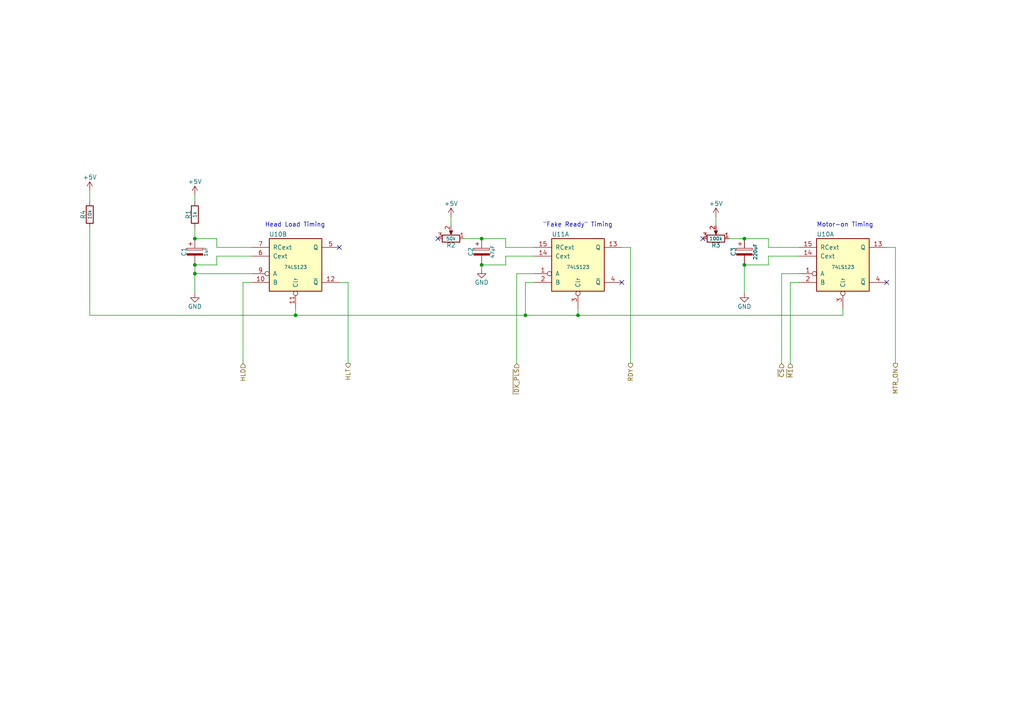
<source format=kicad_sch>
(kicad_sch (version 20230121) (generator eeschema)
  (paper "A4")
  (title_block (title "Sorcerer Dream Disk") (date "2023-12-16") (rev "1.0") (company "Marcel Erz (RetroStack), John Halkiadakis, Michael Borthwick (Exidyboy)") (comment 2 "3 monostale multivibrators defining timing of system") (comment 4 "Timer"))
  (lib_symbols
    (symbol "74xx:74LS123" (pin_names (offset 1.016))
      (property "Reference" "U" (at -7.62 8.89 0))
      (property "Value" "74LS123" (at -7.62 -8.89 0))
      (symbol "74LS123_1_0"
        (pin input inverted (at -12.7 -2.54 0) (length 5.08) (name "A") (number "1"))
        (pin output line (at 12.7 5.08 180) (length 5.08) (name "Q") (number "13"))
        (pin input line (at -12.7 2.54 0) (length 5.08) (name "Cext") (number "14"))
        (pin input line (at -12.7 5.08 0) (length 5.08) (name "RCext") (number "15"))
        (pin input line (at -12.7 -5.08 0) (length 5.08) (name "B") (number "2"))
        (pin input inverted (at 0 -12.7 90) (length 5.08) (name "Clr") (number "3"))
        (pin output line (at 12.7 -5.08 180) (length 5.08) (name "~{Q}") (number "4"))
      )
      (symbol "74LS123_1_1"
        (rectangle (start -7.62 7.62) (end 7.62 -7.62) (stroke (width 0.254)) (fill (type background)))
      )
      (symbol "74LS123_2_0"
        (pin input line (at -12.7 -5.08 0) (length 5.08) (name "B") (number "10"))
        (pin input inverted (at 0 -12.7 90) (length 5.08) (name "Clr") (number "11"))
        (pin output line (at 12.7 -5.08 180) (length 5.08) (name "~{Q}") (number "12"))
        (pin output line (at 12.7 5.08 180) (length 5.08) (name "Q") (number "5"))
        (pin input line (at -12.7 2.54 0) (length 5.08) (name "Cext") (number "6"))
        (pin input line (at -12.7 5.08 0) (length 5.08) (name "RCext") (number "7"))
        (pin input inverted (at -12.7 -2.54 0) (length 5.08) (name "A") (number "9"))
      )
      (symbol "74LS123_2_1"
        (rectangle (start -7.62 7.62) (end 7.62 -7.62) (stroke (width 0.254)) (fill (type background)))
      )
      (symbol "74LS123_3_0"
        (pin power_in line (at 0 12.7 270) (length 5.08) (name "VCC") (number "16"))
        (pin power_in line (at 0 -12.7 90) (length 5.08) (name "GND") (number "8"))
      )
      (symbol "74LS123_3_1"
        (rectangle (start -5.08 7.62) (end 5.08 -7.62) (stroke (width 0.254)) (fill (type background)))
      )
    )
    (symbol "Device:C_Polarized" (pin_numbers hide) (pin_names (offset 0.254))
      (property "Reference" "C" (at 0.635 2.54 0))
      (property "Value" "C_Polarized" (at 0.635 -2.54 0))
      (symbol "C_Polarized_0_1"
        (rectangle (start -2.286 0.508) (end 2.286 1.016))
        (polyline (pts (xy -1.778 2.286) (xy -0.762 2.286)))
        (polyline (pts (xy -1.27 2.794) (xy -1.27 1.778)))
        (rectangle (start 2.286 -0.508) (end -2.286 -1.016) (fill (type outline)))
      )
      (symbol "C_Polarized_1_1"
        (pin passive line (at 0 3.81 270) (length 2.794) (name "~") (number "1"))
        (pin passive line (at 0 -3.81 90) (length 2.794) (name "~") (number "2"))
      )
    )
    (symbol "Device:R" (pin_numbers hide) (pin_names (offset 0))
      (property "Reference" "R" (at 2.032 0 90))
      (property "Value" "R" (at 0 0 90))
      (symbol "R_0_1"
        (rectangle (start -1.016 -2.54) (end 1.016 2.54) (stroke (width 0.254)))
      )
      (symbol "R_1_1"
        (pin passive line (at 0 3.81 270) (length 1.27) (name "~") (number "1"))
        (pin passive line (at 0 -3.81 90) (length 1.27) (name "~") (number "2"))
      )
    )
    (symbol "Device:R_Potentiometer" (pin_names (offset 1.016) hide)
      (property "Reference" "RV" (at -4.445 0 90))
      (property "Value" "R_Potentiometer" (at -2.54 0 90))
      (symbol "R_Potentiometer_0_1"
        (polyline (pts (xy 2.54 0) (xy 1.524 0)))
        (polyline (pts (xy 1.143 0) (xy 2.286 0.508) (xy 2.286 -0.508) (xy 1.143 0)) (fill (type outline)))
        (rectangle (start 1.016 2.54) (end -1.016 -2.54) (stroke (width 0.254)))
      )
      (symbol "R_Potentiometer_1_1"
        (pin passive line (at 0 3.81 270) (length 1.27) (name "1") (number "1"))
        (pin passive line (at 3.81 0 180) (length 1.27) (name "2") (number "2"))
        (pin passive line (at 0 -3.81 90) (length 1.27) (name "3") (number "3"))
      )
    )
    (symbol "power:+5V" (power) (pin_names (offset 0))
      (property "Value" "+5V" (at 0 3.556 0))
      (symbol "+5V_0_1"
        (polyline (pts (xy -0.762 1.27) (xy 0 2.54)))
        (polyline (pts (xy 0 0) (xy 0 2.54)))
        (polyline (pts (xy 0 2.54) (xy 0.762 1.27)))
      )
      (symbol "+5V_1_1"
        (pin power_in line (at 0 0 90) (length 0) hide (name "+5V") (number "1"))
      )
    )
    (symbol "power:GND" (power) (pin_names (offset 0))
      (property "Value" "GND" (at 0 -3.81 0))
      (symbol "GND_0_1"
        (polyline (pts (xy 0 0) (xy 0 -1.27) (xy 1.27 -1.27) (xy 0 -2.54) (xy -1.27 -1.27) (xy 0 -1.27)))
      )
      (symbol "GND_1_1"
        (pin power_in line (at 0 0 270) (length 0) hide (name "GND") (number "1"))
      )
    )
  )
  (junction (at 139.7 69.215))
  (junction (at 215.9 69.215))
  (junction (at 85.725 91.44))
  (junction (at 139.7 76.835))
  (junction (at 215.9 76.835))
  (junction (at 56.515 76.835))
  (junction (at 152.4 91.44))
  (junction (at 56.515 79.375))
  (junction (at 56.515 69.215))
  (junction (at 167.64 91.44))
  (no_connect (at 257.175 81.915))
  (no_connect (at 98.425 71.755))
  (no_connect (at 127 69.215))
  (no_connect (at 180.34 81.915))
  (no_connect (at 203.835 69.215))
  (wire (pts (xy 62.865 76.835) (xy 56.515 76.835)))
  (wire (pts (xy 62.865 71.755) (xy 62.865 69.215)))
  (wire (pts (xy 139.7 76.835) (xy 139.7 78.105)))
  (wire (pts (xy 26.035 66.04) (xy 26.035 91.44)))
  (wire (pts (xy 56.515 79.375) (xy 73.025 79.375)))
  (wire (pts (xy 56.515 79.375) (xy 56.515 85.09)))
  (wire (pts (xy 222.885 76.835) (xy 215.9 76.835)))
  (wire (pts (xy 146.685 69.215) (xy 139.7 69.215)))
  (wire (pts (xy 146.685 76.835) (xy 139.7 76.835)))
  (wire (pts (xy 222.885 71.755) (xy 222.885 69.215)))
  (wire (pts (xy 56.515 58.42) (xy 56.515 56.515)))
  (wire (pts (xy 167.64 89.535) (xy 167.64 91.44)))
  (wire (pts (xy 100.965 81.915) (xy 100.965 105.41)))
  (wire (pts (xy 85.725 91.44) (xy 152.4 91.44)))
  (wire (pts (xy 231.775 81.915) (xy 229.235 81.915)))
  (wire (pts (xy 62.865 69.215) (xy 56.515 69.215)))
  (wire (pts (xy 154.94 79.375) (xy 149.86 79.375)))
  (wire (pts (xy 146.685 71.755) (xy 146.685 69.215)))
  (wire (pts (xy 222.885 74.295) (xy 222.885 76.835)))
  (wire (pts (xy 152.4 81.915) (xy 154.94 81.915)))
  (wire (pts (xy 56.515 76.835) (xy 56.515 79.375)))
  (wire (pts (xy 62.865 74.295) (xy 73.025 74.295)))
  (wire (pts (xy 26.035 55.245) (xy 26.035 58.42)))
  (wire (pts (xy 222.885 69.215) (xy 215.9 69.215)))
  (wire (pts (xy 70.485 105.41) (xy 70.485 81.915)))
  (wire (pts (xy 98.425 81.915) (xy 100.965 81.915)))
  (wire (pts (xy 229.235 81.915) (xy 229.235 105.41)))
  (wire (pts (xy 152.4 91.44) (xy 167.64 91.44)))
  (wire (pts (xy 62.865 74.295) (xy 62.865 76.835)))
  (wire (pts (xy 182.88 71.755) (xy 182.88 105.41)))
  (wire (pts (xy 211.455 69.215) (xy 215.9 69.215)))
  (wire (pts (xy 167.64 91.44) (xy 244.475 91.44)))
  (wire (pts (xy 257.175 71.755) (xy 259.715 71.755)))
  (wire (pts (xy 146.685 74.295) (xy 146.685 76.835)))
  (wire (pts (xy 146.685 74.295) (xy 154.94 74.295)))
  (wire (pts (xy 152.4 81.915) (xy 152.4 91.44)))
  (wire (pts (xy 222.885 71.755) (xy 231.775 71.755)))
  (wire (pts (xy 26.035 91.44) (xy 85.725 91.44)))
  (wire (pts (xy 146.685 71.755) (xy 154.94 71.755)))
  (wire (pts (xy 130.81 62.865) (xy 130.81 65.405)))
  (wire (pts (xy 215.9 76.835) (xy 215.9 85.09)))
  (wire (pts (xy 70.485 81.915) (xy 73.025 81.915)))
  (wire (pts (xy 56.515 66.04) (xy 56.515 69.215)))
  (wire (pts (xy 226.695 79.375) (xy 226.695 105.41)))
  (wire (pts (xy 62.865 71.755) (xy 73.025 71.755)))
  (wire (pts (xy 85.725 91.44) (xy 85.725 89.535)))
  (wire (pts (xy 259.715 71.755) (xy 259.715 105.41)))
  (wire (pts (xy 149.86 79.375) (xy 149.86 105.41)))
  (wire (pts (xy 222.885 74.295) (xy 231.775 74.295)))
  (wire (pts (xy 244.475 89.535) (xy 244.475 91.44)))
  (wire (pts (xy 226.695 79.375) (xy 231.775 79.375)))
  (wire (pts (xy 180.34 71.755) (xy 182.88 71.755)))
  (wire (pts (xy 207.645 62.865) (xy 207.645 65.405)))
  (wire (pts (xy 134.62 69.215) (xy 139.7 69.215)))
  (text "\"Fake Ready\" Timing" (at 157.48 66.04 0) (effects (font (size 1.27 1.27)) (justify left bottom)))
  (text "Head Load Timing" (at 76.835 66.04 0) (effects (font (size 1.27 1.27)) (justify left bottom)))
  (text "Motor-on Timing" (at 236.855 66.04 0) (effects (font (size 1.27 1.27)) (justify left bottom)))
  (hierarchical_label "HLD" (shape input) (at 70.485 105.41 270))
  (hierarchical_label "MTR_ON" (shape output) (at 259.715 105.41 270))
  (hierarchical_label "HLT" (shape output) (at 100.965 105.41 270))
  (hierarchical_label "~{M1}" (shape input) (at 229.235 105.41 270))
  (hierarchical_label "RDY" (shape output) (at 182.88 105.41 270))
  (hierarchical_label "~{CS}" (shape input) (at 226.695 105.41 270))
  (hierarchical_label "~{IDX_PLS}" (shape input) (at 149.86 105.41 270))
  (symbol (lib_id "Device:C_Polarized") (at 56.515 73.025 0) (unit 1)
    (property "Reference" "C1" (at 53.34 73.025 90))
    (property "Value" "1uF" (at 59.69 73.025 90) (effects (font (size 1 1))))
    (property "Footprint" "Capacitor_THT:CP_Radial_D5.0mm_P2.00mm" (effects hide))
  )
  (symbol (lib_id "Device:C_Polarized") (at 139.7 73.025 0) (unit 1)
    (property "Reference" "C2" (at 136.525 73.025 90))
    (property "Value" "47uF" (at 142.875 73.025 90) (effects (font (size 1 1))))
    (property "Footprint" "Capacitor_THT:CP_Radial_D5.0mm_P2.00mm" (effects hide))
  )
  (symbol (lib_id "74xx:74LS123") (at 244.475 76.835 0) (unit 1)
    (property "Reference" "U10" (at 239.395 67.945 0))
    (property "Value" "74LS123" (at 244.475 77.47 0) (effects (font (size 1 1))))
    (property "Footprint" "Package_DIP:DIP-16_W7.62mm" (effects hide))
    (property "Datasheet" "http://www.ti.com/lit/gpn/sn74LS123" (effects hide))
  )
  (symbol (lib_id "power:GND") (at 139.7 78.105 0) (unit 1)
    (property "Reference" "#PWR011" (effects hide))
    (property "Value" "GND" (at 139.7 81.915 0))
    (instances (project "Sorcerer_DreamDisk" (path "" (reference "#PWR011") (unit 1)) (path "" (reference "#PWR012") (unit 1))))
  )
  (symbol (lib_id "power:+5V") (at 130.81 62.865 0) (unit 1)
    (property "Reference" "#PWR012" (effects hide))
    (property "Value" "+5V" (at 130.81 59.055 0))
    (instances (project "Sorcerer_DreamDisk" (path "" (reference "#PWR012") (unit 1)) (path "" (reference "#PWR011") (unit 1))))
  )
  (symbol (lib_id "Device:R") (at 56.515 62.23 0) (unit 1)
    (property "Reference" "R1" (at 54.61 62.23 90))
    (property "Value" "1k" (at 56.515 62.23 90) (effects (font (size 1 1))))
    (property "Footprint" "Resistor_THT:R_Axial_DIN0207_L6.3mm_D2.5mm_P7.62mm_Horizontal" (effects hide))
  )
  (symbol (lib_id "Device:R_Potentiometer") (at 130.81 69.215 270) (mirror x) (unit 1)
    (property "Reference" "R2" (at 130.81 71.12 90))
    (property "Value" "50k" (at 130.81 69.215 90) (effects (font (size 1 1))))
    (property "Footprint" "Footprint:R_Pot (Bourns 3306P)" (effects hide))
  )
  (symbol (lib_id "power:+5V") (at 26.035 55.245 0) (unit 1)
    (property "Reference" "#PWR010" (effects hide))
    (property "Value" "+5V" (at 26.035 51.435 0))
    (instances (project "Sorcerer_DreamDisk" (path "" (reference "#PWR010") (unit 1)) (path "" (reference "#PWR09") (unit 1))))
  )
  (symbol (lib_id "74xx:74LS123") (at 167.64 76.835 0) (unit 1)
    (property "Reference" "U11" (at 162.56 67.945 0))
    (property "Value" "74LS123" (at 167.64 77.47 0) (effects (font (size 1 1))))
    (property "Footprint" "Package_DIP:DIP-16_W7.62mm" (effects hide))
    (property "Datasheet" "http://www.ti.com/lit/gpn/sn74LS123" (effects hide))
  )
  (symbol (lib_id "Device:R_Potentiometer") (at 207.645 69.215 270) (mirror x) (unit 1)
    (property "Reference" "R3" (at 207.645 71.12 90))
    (property "Value" "100k" (at 207.645 69.215 90) (effects (font (size 1 1))))
    (property "Footprint" "Footprint:R_Pot (Bourns 3306P)" (effects hide))
  )
  (symbol (lib_id "power:+5V") (at 56.515 56.515 0) (unit 1)
    (property "Reference" "#PWR010" (effects hide))
    (property "Value" "+5V" (at 56.515 52.705 0))
    (instances (project "Sorcerer_DreamDisk" (path "" (reference "#PWR010") (unit 1)) (path "" (reference "#PWR021") (unit 1))))
  )
  (symbol (lib_id "power:+5V") (at 207.645 62.865 0) (unit 1)
    (property "Reference" "#PWR014" (effects hide))
    (property "Value" "+5V" (at 207.645 59.055 0))
    (instances (project "Sorcerer_DreamDisk" (path "" (reference "#PWR014") (unit 1)) (path "" (reference "#PWR013") (unit 1))))
  )
  (symbol (lib_id "Device:C_Polarized") (at 215.9 73.025 0) (unit 1)
    (property "Reference" "C3" (at 212.725 73.025 90))
    (property "Value" "220uF" (at 219.075 73.025 90) (effects (font (size 1 1))))
    (property "Footprint" "Capacitor_THT:CP_Radial_D6.3mm_P2.50mm" (effects hide))
  )
  (symbol (lib_id "74xx:74LS123") (at 85.725 76.835 0) (unit 2)
    (property "Reference" "U10" (at 80.645 67.945 0))
    (property "Value" "74LS123" (at 85.725 77.47 0) (effects (font (size 1 1))))
    (property "Footprint" "Package_DIP:DIP-16_W7.62mm" (effects hide))
    (property "Datasheet" "http://www.ti.com/lit/gpn/sn74LS123" (effects hide))
  )
  (symbol (lib_id "power:GND") (at 215.9 85.09 0) (unit 1)
    (property "Reference" "#PWR013" (effects hide))
    (property "Value" "GND" (at 215.9 88.9 0))
    (instances (project "Sorcerer_DreamDisk" (path "" (reference "#PWR013") (unit 1)) (path "" (reference "#PWR014") (unit 1))))
  )
  (symbol (lib_id "Device:R") (at 26.035 62.23 0) (unit 1)
    (property "Reference" "R4" (at 24.13 62.23 90))
    (property "Value" "10k" (at 26.035 62.23 90) (effects (font (size 1 1))))
    (property "Footprint" "Resistor_THT:R_Axial_DIN0207_L6.3mm_D2.5mm_P7.62mm_Horizontal" (effects hide))
  )
  (symbol (lib_id "power:GND") (at 56.515 85.09 0) (unit 1)
    (property "Reference" "#PWR09" (effects hide))
    (property "Value" "GND" (at 56.515 88.9 0))
    (instances (project "Sorcerer_DreamDisk" (path "" (reference "#PWR09") (unit 1)) (path "" (reference "#PWR010") (unit 1))))
  )
)
</source>
